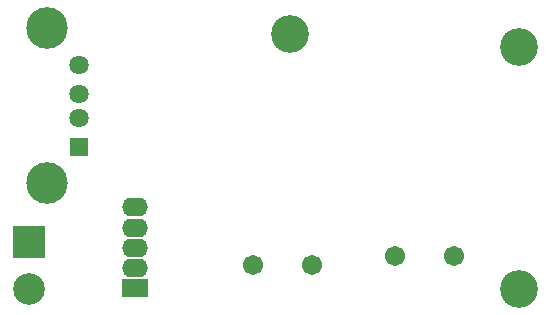
<source format=gbs>
G04*
G04 #@! TF.GenerationSoftware,Altium Limited,Altium Designer,18.0.9 (584)*
G04*
G04 Layer_Color=16711935*
%FSLAX25Y25*%
%MOIN*%
G70*
G01*
G75*
%ADD25R,0.06422X0.06422*%
%ADD26C,0.06422*%
%ADD27C,0.13855*%
%ADD28O,0.08674X0.06312*%
%ADD29R,0.08674X0.06312*%
%ADD30C,0.06706*%
%ADD31R,0.10544X0.10544*%
%ADD32C,0.10544*%
%ADD33C,0.12611*%
D25*
X38346Y61024D02*
D03*
D26*
Y70866D02*
D03*
Y78740D02*
D03*
Y88583D02*
D03*
D27*
X27677Y48937D02*
D03*
Y100669D02*
D03*
D28*
X57087Y40945D02*
D03*
Y34252D02*
D03*
Y27559D02*
D03*
Y20866D02*
D03*
D29*
Y14173D02*
D03*
D30*
X163386Y24606D02*
D03*
X143701D02*
D03*
X96457Y21654D02*
D03*
X116142D02*
D03*
D31*
X21654Y29449D02*
D03*
D32*
Y13858D02*
D03*
D33*
X108661Y98819D02*
D03*
X185039Y13898D02*
D03*
Y94488D02*
D03*
M02*

</source>
